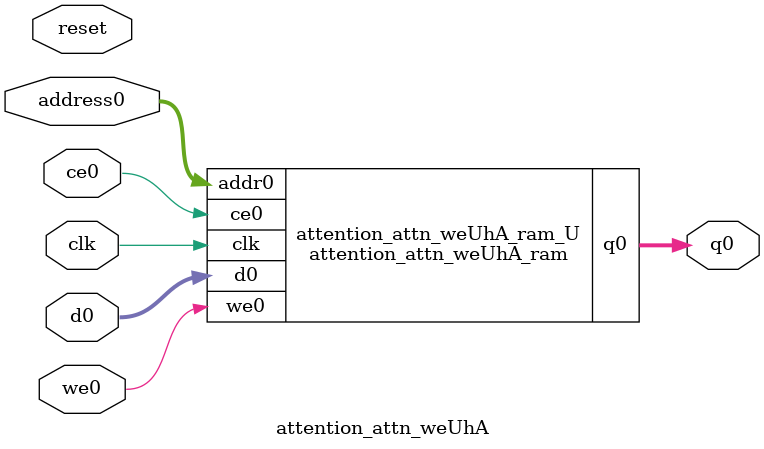
<source format=v>
`timescale 1 ns / 1 ps
module attention_attn_weUhA_ram (addr0, ce0, d0, we0, q0,  clk);

parameter DWIDTH = 32;
parameter AWIDTH = 7;
parameter MEM_SIZE = 96;

input[AWIDTH-1:0] addr0;
input ce0;
input[DWIDTH-1:0] d0;
input we0;
output reg[DWIDTH-1:0] q0;
input clk;

(* ram_style = "block" *)reg [DWIDTH-1:0] ram[0:MEM_SIZE-1];




always @(posedge clk)  
begin 
    if (ce0) begin
        if (we0) 
            ram[addr0] <= d0; 
        q0 <= ram[addr0];
    end
end


endmodule

`timescale 1 ns / 1 ps
module attention_attn_weUhA(
    reset,
    clk,
    address0,
    ce0,
    we0,
    d0,
    q0);

parameter DataWidth = 32'd32;
parameter AddressRange = 32'd96;
parameter AddressWidth = 32'd7;
input reset;
input clk;
input[AddressWidth - 1:0] address0;
input ce0;
input we0;
input[DataWidth - 1:0] d0;
output[DataWidth - 1:0] q0;



attention_attn_weUhA_ram attention_attn_weUhA_ram_U(
    .clk( clk ),
    .addr0( address0 ),
    .ce0( ce0 ),
    .we0( we0 ),
    .d0( d0 ),
    .q0( q0 ));

endmodule


</source>
